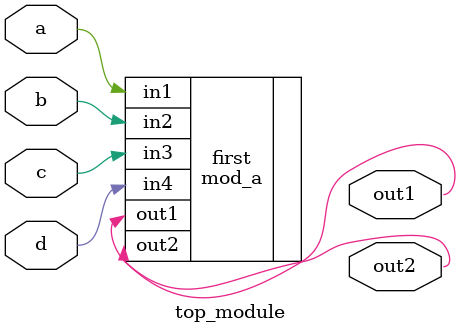
<source format=v>
module top_module ( 
    input a, 
    input b, 
    input c,
    input d,
    output out1,
    output out2
);
    mod_a first (.in1 (a), .in2 (b), .in3 (c), .in4 (d), .out1 (out1), .out2 (out2));

endmodule
</source>
